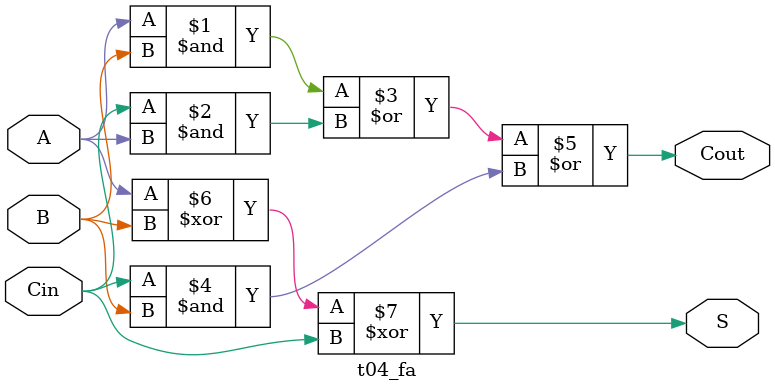
<source format=sv>
`default_nettype none
module t04_fa (
  input Cin, A, B,
  output Cout, S
);

assign Cout = (A & B) | (Cin & A) | (Cin & B);
assign S = A ^ B ^ Cin;
endmodule
</source>
